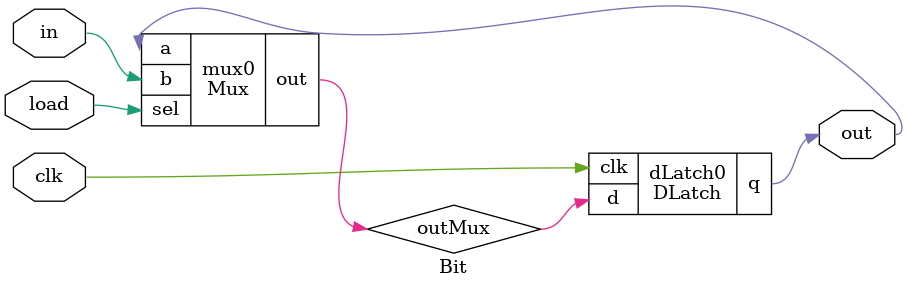
<source format=v>
/* módulo DLatch */

`ifndef _DLatch_
`define _DLatch_

module DLatch(q, d, clk);
    input d, clk;
    output q;
    wire qb, w1, w2, w3, w4, w5, w6, w7, w8, w9;

    nand nand1(w2, d, clk);
    nand nand2(w5, w2, w3);
    nand nand3(w4, clk, w1);
    nand nand4(w3, w5, w4);
    nand nand5(w8, w5, w7);
    nand nand6(q, w8, qb);
    nand nand7(w9, w7, w6);
    nand nand8(qb, q, w9);
    not not1(w1, d);
    not not2(w7, clk);
    not not3(w6, w5);

endmodule

`endif


/* módulo Mux */

`ifndef _MUX_
`define _MUX_

module Mux(out, a, b, sel);
    input a, b, sel;
    wire  not_sel, a1, b1;
    output out;

    not not0(not_sel, sel);
    and and0(a1, a, not_sel);
    and and1(b1, sel, b);
    or  or0(out, a1, b1);

endmodule

`endif

/* módulo Bit */

`ifndef _Bit_
`define _Bit_

module Bit(out, in, load, clk);

    output out;
    input in, load, clk;
    wire outMux;

    Mux mux0(outMux, out, in, load);

    DLatch dLatch0(out, outMux, clk);

endmodule

`endif
</source>
